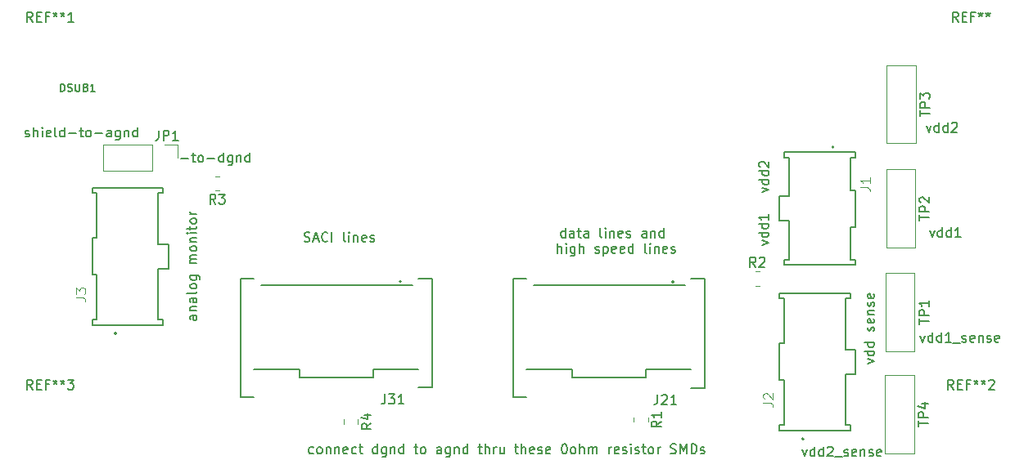
<source format=gbr>
%TF.GenerationSoftware,KiCad,Pcbnew,(6.0.4-0)*%
%TF.CreationDate,2023-07-13T10:21:47-07:00*%
%TF.ProjectId,CableAdapterBoard,4361626c-6541-4646-9170-746572426f61,rev?*%
%TF.SameCoordinates,Original*%
%TF.FileFunction,Legend,Top*%
%TF.FilePolarity,Positive*%
%FSLAX46Y46*%
G04 Gerber Fmt 4.6, Leading zero omitted, Abs format (unit mm)*
G04 Created by KiCad (PCBNEW (6.0.4-0)) date 2023-07-13 10:21:47*
%MOMM*%
%LPD*%
G01*
G04 APERTURE LIST*
%ADD10C,0.150000*%
%ADD11C,0.015000*%
%ADD12C,0.120000*%
%ADD13C,0.127000*%
%ADD14C,0.200000*%
G04 APERTURE END LIST*
D10*
X182380952Y-78885714D02*
X182619047Y-79552380D01*
X182857142Y-78885714D01*
X183666666Y-79552380D02*
X183666666Y-78552380D01*
X183666666Y-79504761D02*
X183571428Y-79552380D01*
X183380952Y-79552380D01*
X183285714Y-79504761D01*
X183238095Y-79457142D01*
X183190476Y-79361904D01*
X183190476Y-79076190D01*
X183238095Y-78980952D01*
X183285714Y-78933333D01*
X183380952Y-78885714D01*
X183571428Y-78885714D01*
X183666666Y-78933333D01*
X184571428Y-79552380D02*
X184571428Y-78552380D01*
X184571428Y-79504761D02*
X184476190Y-79552380D01*
X184285714Y-79552380D01*
X184190476Y-79504761D01*
X184142857Y-79457142D01*
X184095238Y-79361904D01*
X184095238Y-79076190D01*
X184142857Y-78980952D01*
X184190476Y-78933333D01*
X184285714Y-78885714D01*
X184476190Y-78885714D01*
X184571428Y-78933333D01*
X185000000Y-78647619D02*
X185047619Y-78600000D01*
X185142857Y-78552380D01*
X185380952Y-78552380D01*
X185476190Y-78600000D01*
X185523809Y-78647619D01*
X185571428Y-78742857D01*
X185571428Y-78838095D01*
X185523809Y-78980952D01*
X184952380Y-79552380D01*
X185571428Y-79552380D01*
X105292380Y-82271428D02*
X106054285Y-82271428D01*
X106387619Y-81985714D02*
X106768571Y-81985714D01*
X106530476Y-81652380D02*
X106530476Y-82509523D01*
X106578095Y-82604761D01*
X106673333Y-82652380D01*
X106768571Y-82652380D01*
X107244761Y-82652380D02*
X107149523Y-82604761D01*
X107101904Y-82557142D01*
X107054285Y-82461904D01*
X107054285Y-82176190D01*
X107101904Y-82080952D01*
X107149523Y-82033333D01*
X107244761Y-81985714D01*
X107387619Y-81985714D01*
X107482857Y-82033333D01*
X107530476Y-82080952D01*
X107578095Y-82176190D01*
X107578095Y-82461904D01*
X107530476Y-82557142D01*
X107482857Y-82604761D01*
X107387619Y-82652380D01*
X107244761Y-82652380D01*
X108006666Y-82271428D02*
X108768571Y-82271428D01*
X109673333Y-82652380D02*
X109673333Y-81652380D01*
X109673333Y-82604761D02*
X109578095Y-82652380D01*
X109387619Y-82652380D01*
X109292380Y-82604761D01*
X109244761Y-82557142D01*
X109197142Y-82461904D01*
X109197142Y-82176190D01*
X109244761Y-82080952D01*
X109292380Y-82033333D01*
X109387619Y-81985714D01*
X109578095Y-81985714D01*
X109673333Y-82033333D01*
X110578095Y-81985714D02*
X110578095Y-82795238D01*
X110530476Y-82890476D01*
X110482857Y-82938095D01*
X110387619Y-82985714D01*
X110244761Y-82985714D01*
X110149523Y-82938095D01*
X110578095Y-82604761D02*
X110482857Y-82652380D01*
X110292380Y-82652380D01*
X110197142Y-82604761D01*
X110149523Y-82557142D01*
X110101904Y-82461904D01*
X110101904Y-82176190D01*
X110149523Y-82080952D01*
X110197142Y-82033333D01*
X110292380Y-81985714D01*
X110482857Y-81985714D01*
X110578095Y-82033333D01*
X111054285Y-81985714D02*
X111054285Y-82652380D01*
X111054285Y-82080952D02*
X111101904Y-82033333D01*
X111197142Y-81985714D01*
X111340000Y-81985714D01*
X111435238Y-82033333D01*
X111482857Y-82128571D01*
X111482857Y-82652380D01*
X112387619Y-82652380D02*
X112387619Y-81652380D01*
X112387619Y-82604761D02*
X112292380Y-82652380D01*
X112101904Y-82652380D01*
X112006666Y-82604761D01*
X111959047Y-82557142D01*
X111911428Y-82461904D01*
X111911428Y-82176190D01*
X111959047Y-82080952D01*
X112006666Y-82033333D01*
X112101904Y-81985714D01*
X112292380Y-81985714D01*
X112387619Y-82033333D01*
X89156666Y-79994761D02*
X89251904Y-80042380D01*
X89442380Y-80042380D01*
X89537619Y-79994761D01*
X89585238Y-79899523D01*
X89585238Y-79851904D01*
X89537619Y-79756666D01*
X89442380Y-79709047D01*
X89299523Y-79709047D01*
X89204285Y-79661428D01*
X89156666Y-79566190D01*
X89156666Y-79518571D01*
X89204285Y-79423333D01*
X89299523Y-79375714D01*
X89442380Y-79375714D01*
X89537619Y-79423333D01*
X90013809Y-80042380D02*
X90013809Y-79042380D01*
X90442380Y-80042380D02*
X90442380Y-79518571D01*
X90394761Y-79423333D01*
X90299523Y-79375714D01*
X90156666Y-79375714D01*
X90061428Y-79423333D01*
X90013809Y-79470952D01*
X90918571Y-80042380D02*
X90918571Y-79375714D01*
X90918571Y-79042380D02*
X90870952Y-79090000D01*
X90918571Y-79137619D01*
X90966190Y-79090000D01*
X90918571Y-79042380D01*
X90918571Y-79137619D01*
X91775714Y-79994761D02*
X91680476Y-80042380D01*
X91490000Y-80042380D01*
X91394761Y-79994761D01*
X91347142Y-79899523D01*
X91347142Y-79518571D01*
X91394761Y-79423333D01*
X91490000Y-79375714D01*
X91680476Y-79375714D01*
X91775714Y-79423333D01*
X91823333Y-79518571D01*
X91823333Y-79613809D01*
X91347142Y-79709047D01*
X92394761Y-80042380D02*
X92299523Y-79994761D01*
X92251904Y-79899523D01*
X92251904Y-79042380D01*
X93204285Y-80042380D02*
X93204285Y-79042380D01*
X93204285Y-79994761D02*
X93109047Y-80042380D01*
X92918571Y-80042380D01*
X92823333Y-79994761D01*
X92775714Y-79947142D01*
X92728095Y-79851904D01*
X92728095Y-79566190D01*
X92775714Y-79470952D01*
X92823333Y-79423333D01*
X92918571Y-79375714D01*
X93109047Y-79375714D01*
X93204285Y-79423333D01*
X93680476Y-79661428D02*
X94442380Y-79661428D01*
X94775714Y-79375714D02*
X95156666Y-79375714D01*
X94918571Y-79042380D02*
X94918571Y-79899523D01*
X94966190Y-79994761D01*
X95061428Y-80042380D01*
X95156666Y-80042380D01*
X95632857Y-80042380D02*
X95537619Y-79994761D01*
X95490000Y-79947142D01*
X95442380Y-79851904D01*
X95442380Y-79566190D01*
X95490000Y-79470952D01*
X95537619Y-79423333D01*
X95632857Y-79375714D01*
X95775714Y-79375714D01*
X95870952Y-79423333D01*
X95918571Y-79470952D01*
X95966190Y-79566190D01*
X95966190Y-79851904D01*
X95918571Y-79947142D01*
X95870952Y-79994761D01*
X95775714Y-80042380D01*
X95632857Y-80042380D01*
X96394761Y-79661428D02*
X97156666Y-79661428D01*
X98061428Y-80042380D02*
X98061428Y-79518571D01*
X98013809Y-79423333D01*
X97918571Y-79375714D01*
X97728095Y-79375714D01*
X97632857Y-79423333D01*
X98061428Y-79994761D02*
X97966190Y-80042380D01*
X97728095Y-80042380D01*
X97632857Y-79994761D01*
X97585238Y-79899523D01*
X97585238Y-79804285D01*
X97632857Y-79709047D01*
X97728095Y-79661428D01*
X97966190Y-79661428D01*
X98061428Y-79613809D01*
X98966190Y-79375714D02*
X98966190Y-80185238D01*
X98918571Y-80280476D01*
X98870952Y-80328095D01*
X98775714Y-80375714D01*
X98632857Y-80375714D01*
X98537619Y-80328095D01*
X98966190Y-79994761D02*
X98870952Y-80042380D01*
X98680476Y-80042380D01*
X98585238Y-79994761D01*
X98537619Y-79947142D01*
X98490000Y-79851904D01*
X98490000Y-79566190D01*
X98537619Y-79470952D01*
X98585238Y-79423333D01*
X98680476Y-79375714D01*
X98870952Y-79375714D01*
X98966190Y-79423333D01*
X99442380Y-79375714D02*
X99442380Y-80042380D01*
X99442380Y-79470952D02*
X99490000Y-79423333D01*
X99585238Y-79375714D01*
X99728095Y-79375714D01*
X99823333Y-79423333D01*
X99870952Y-79518571D01*
X99870952Y-80042380D01*
X100775714Y-80042380D02*
X100775714Y-79042380D01*
X100775714Y-79994761D02*
X100680476Y-80042380D01*
X100490000Y-80042380D01*
X100394761Y-79994761D01*
X100347142Y-79947142D01*
X100299523Y-79851904D01*
X100299523Y-79566190D01*
X100347142Y-79470952D01*
X100394761Y-79423333D01*
X100490000Y-79375714D01*
X100680476Y-79375714D01*
X100775714Y-79423333D01*
X182730952Y-89765714D02*
X182969047Y-90432380D01*
X183207142Y-89765714D01*
X184016666Y-90432380D02*
X184016666Y-89432380D01*
X184016666Y-90384761D02*
X183921428Y-90432380D01*
X183730952Y-90432380D01*
X183635714Y-90384761D01*
X183588095Y-90337142D01*
X183540476Y-90241904D01*
X183540476Y-89956190D01*
X183588095Y-89860952D01*
X183635714Y-89813333D01*
X183730952Y-89765714D01*
X183921428Y-89765714D01*
X184016666Y-89813333D01*
X184921428Y-90432380D02*
X184921428Y-89432380D01*
X184921428Y-90384761D02*
X184826190Y-90432380D01*
X184635714Y-90432380D01*
X184540476Y-90384761D01*
X184492857Y-90337142D01*
X184445238Y-90241904D01*
X184445238Y-89956190D01*
X184492857Y-89860952D01*
X184540476Y-89813333D01*
X184635714Y-89765714D01*
X184826190Y-89765714D01*
X184921428Y-89813333D01*
X185921428Y-90432380D02*
X185350000Y-90432380D01*
X185635714Y-90432380D02*
X185635714Y-89432380D01*
X185540476Y-89575238D01*
X185445238Y-89670476D01*
X185350000Y-89718095D01*
X165415714Y-85779047D02*
X166082380Y-85540952D01*
X165415714Y-85302857D01*
X166082380Y-84493333D02*
X165082380Y-84493333D01*
X166034761Y-84493333D02*
X166082380Y-84588571D01*
X166082380Y-84779047D01*
X166034761Y-84874285D01*
X165987142Y-84921904D01*
X165891904Y-84969523D01*
X165606190Y-84969523D01*
X165510952Y-84921904D01*
X165463333Y-84874285D01*
X165415714Y-84779047D01*
X165415714Y-84588571D01*
X165463333Y-84493333D01*
X166082380Y-83588571D02*
X165082380Y-83588571D01*
X166034761Y-83588571D02*
X166082380Y-83683809D01*
X166082380Y-83874285D01*
X166034761Y-83969523D01*
X165987142Y-84017142D01*
X165891904Y-84064761D01*
X165606190Y-84064761D01*
X165510952Y-84017142D01*
X165463333Y-83969523D01*
X165415714Y-83874285D01*
X165415714Y-83683809D01*
X165463333Y-83588571D01*
X165177619Y-83160000D02*
X165130000Y-83112380D01*
X165082380Y-83017142D01*
X165082380Y-82779047D01*
X165130000Y-82683809D01*
X165177619Y-82636190D01*
X165272857Y-82588571D01*
X165368095Y-82588571D01*
X165510952Y-82636190D01*
X166082380Y-83207619D01*
X166082380Y-82588571D01*
X169530952Y-112465714D02*
X169769047Y-113132380D01*
X170007142Y-112465714D01*
X170816666Y-113132380D02*
X170816666Y-112132380D01*
X170816666Y-113084761D02*
X170721428Y-113132380D01*
X170530952Y-113132380D01*
X170435714Y-113084761D01*
X170388095Y-113037142D01*
X170340476Y-112941904D01*
X170340476Y-112656190D01*
X170388095Y-112560952D01*
X170435714Y-112513333D01*
X170530952Y-112465714D01*
X170721428Y-112465714D01*
X170816666Y-112513333D01*
X171721428Y-113132380D02*
X171721428Y-112132380D01*
X171721428Y-113084761D02*
X171626190Y-113132380D01*
X171435714Y-113132380D01*
X171340476Y-113084761D01*
X171292857Y-113037142D01*
X171245238Y-112941904D01*
X171245238Y-112656190D01*
X171292857Y-112560952D01*
X171340476Y-112513333D01*
X171435714Y-112465714D01*
X171626190Y-112465714D01*
X171721428Y-112513333D01*
X172150000Y-112227619D02*
X172197619Y-112180000D01*
X172292857Y-112132380D01*
X172530952Y-112132380D01*
X172626190Y-112180000D01*
X172673809Y-112227619D01*
X172721428Y-112322857D01*
X172721428Y-112418095D01*
X172673809Y-112560952D01*
X172102380Y-113132380D01*
X172721428Y-113132380D01*
X172911904Y-113227619D02*
X173673809Y-113227619D01*
X173864285Y-113084761D02*
X173959523Y-113132380D01*
X174150000Y-113132380D01*
X174245238Y-113084761D01*
X174292857Y-112989523D01*
X174292857Y-112941904D01*
X174245238Y-112846666D01*
X174150000Y-112799047D01*
X174007142Y-112799047D01*
X173911904Y-112751428D01*
X173864285Y-112656190D01*
X173864285Y-112608571D01*
X173911904Y-112513333D01*
X174007142Y-112465714D01*
X174150000Y-112465714D01*
X174245238Y-112513333D01*
X175102380Y-113084761D02*
X175007142Y-113132380D01*
X174816666Y-113132380D01*
X174721428Y-113084761D01*
X174673809Y-112989523D01*
X174673809Y-112608571D01*
X174721428Y-112513333D01*
X174816666Y-112465714D01*
X175007142Y-112465714D01*
X175102380Y-112513333D01*
X175150000Y-112608571D01*
X175150000Y-112703809D01*
X174673809Y-112799047D01*
X175578571Y-112465714D02*
X175578571Y-113132380D01*
X175578571Y-112560952D02*
X175626190Y-112513333D01*
X175721428Y-112465714D01*
X175864285Y-112465714D01*
X175959523Y-112513333D01*
X176007142Y-112608571D01*
X176007142Y-113132380D01*
X176435714Y-113084761D02*
X176530952Y-113132380D01*
X176721428Y-113132380D01*
X176816666Y-113084761D01*
X176864285Y-112989523D01*
X176864285Y-112941904D01*
X176816666Y-112846666D01*
X176721428Y-112799047D01*
X176578571Y-112799047D01*
X176483333Y-112751428D01*
X176435714Y-112656190D01*
X176435714Y-112608571D01*
X176483333Y-112513333D01*
X176578571Y-112465714D01*
X176721428Y-112465714D01*
X176816666Y-112513333D01*
X177673809Y-113084761D02*
X177578571Y-113132380D01*
X177388095Y-113132380D01*
X177292857Y-113084761D01*
X177245238Y-112989523D01*
X177245238Y-112608571D01*
X177292857Y-112513333D01*
X177388095Y-112465714D01*
X177578571Y-112465714D01*
X177673809Y-112513333D01*
X177721428Y-112608571D01*
X177721428Y-112703809D01*
X177245238Y-112799047D01*
X118970000Y-112814761D02*
X118874761Y-112862380D01*
X118684285Y-112862380D01*
X118589047Y-112814761D01*
X118541428Y-112767142D01*
X118493809Y-112671904D01*
X118493809Y-112386190D01*
X118541428Y-112290952D01*
X118589047Y-112243333D01*
X118684285Y-112195714D01*
X118874761Y-112195714D01*
X118970000Y-112243333D01*
X119541428Y-112862380D02*
X119446190Y-112814761D01*
X119398571Y-112767142D01*
X119350952Y-112671904D01*
X119350952Y-112386190D01*
X119398571Y-112290952D01*
X119446190Y-112243333D01*
X119541428Y-112195714D01*
X119684285Y-112195714D01*
X119779523Y-112243333D01*
X119827142Y-112290952D01*
X119874761Y-112386190D01*
X119874761Y-112671904D01*
X119827142Y-112767142D01*
X119779523Y-112814761D01*
X119684285Y-112862380D01*
X119541428Y-112862380D01*
X120303333Y-112195714D02*
X120303333Y-112862380D01*
X120303333Y-112290952D02*
X120350952Y-112243333D01*
X120446190Y-112195714D01*
X120589047Y-112195714D01*
X120684285Y-112243333D01*
X120731904Y-112338571D01*
X120731904Y-112862380D01*
X121208095Y-112195714D02*
X121208095Y-112862380D01*
X121208095Y-112290952D02*
X121255714Y-112243333D01*
X121350952Y-112195714D01*
X121493809Y-112195714D01*
X121589047Y-112243333D01*
X121636666Y-112338571D01*
X121636666Y-112862380D01*
X122493809Y-112814761D02*
X122398571Y-112862380D01*
X122208095Y-112862380D01*
X122112857Y-112814761D01*
X122065238Y-112719523D01*
X122065238Y-112338571D01*
X122112857Y-112243333D01*
X122208095Y-112195714D01*
X122398571Y-112195714D01*
X122493809Y-112243333D01*
X122541428Y-112338571D01*
X122541428Y-112433809D01*
X122065238Y-112529047D01*
X123398571Y-112814761D02*
X123303333Y-112862380D01*
X123112857Y-112862380D01*
X123017619Y-112814761D01*
X122970000Y-112767142D01*
X122922380Y-112671904D01*
X122922380Y-112386190D01*
X122970000Y-112290952D01*
X123017619Y-112243333D01*
X123112857Y-112195714D01*
X123303333Y-112195714D01*
X123398571Y-112243333D01*
X123684285Y-112195714D02*
X124065238Y-112195714D01*
X123827142Y-111862380D02*
X123827142Y-112719523D01*
X123874761Y-112814761D01*
X123970000Y-112862380D01*
X124065238Y-112862380D01*
X125589047Y-112862380D02*
X125589047Y-111862380D01*
X125589047Y-112814761D02*
X125493809Y-112862380D01*
X125303333Y-112862380D01*
X125208095Y-112814761D01*
X125160476Y-112767142D01*
X125112857Y-112671904D01*
X125112857Y-112386190D01*
X125160476Y-112290952D01*
X125208095Y-112243333D01*
X125303333Y-112195714D01*
X125493809Y-112195714D01*
X125589047Y-112243333D01*
X126493809Y-112195714D02*
X126493809Y-113005238D01*
X126446190Y-113100476D01*
X126398571Y-113148095D01*
X126303333Y-113195714D01*
X126160476Y-113195714D01*
X126065238Y-113148095D01*
X126493809Y-112814761D02*
X126398571Y-112862380D01*
X126208095Y-112862380D01*
X126112857Y-112814761D01*
X126065238Y-112767142D01*
X126017619Y-112671904D01*
X126017619Y-112386190D01*
X126065238Y-112290952D01*
X126112857Y-112243333D01*
X126208095Y-112195714D01*
X126398571Y-112195714D01*
X126493809Y-112243333D01*
X126970000Y-112195714D02*
X126970000Y-112862380D01*
X126970000Y-112290952D02*
X127017619Y-112243333D01*
X127112857Y-112195714D01*
X127255714Y-112195714D01*
X127350952Y-112243333D01*
X127398571Y-112338571D01*
X127398571Y-112862380D01*
X128303333Y-112862380D02*
X128303333Y-111862380D01*
X128303333Y-112814761D02*
X128208095Y-112862380D01*
X128017619Y-112862380D01*
X127922380Y-112814761D01*
X127874761Y-112767142D01*
X127827142Y-112671904D01*
X127827142Y-112386190D01*
X127874761Y-112290952D01*
X127922380Y-112243333D01*
X128017619Y-112195714D01*
X128208095Y-112195714D01*
X128303333Y-112243333D01*
X129398571Y-112195714D02*
X129779523Y-112195714D01*
X129541428Y-111862380D02*
X129541428Y-112719523D01*
X129589047Y-112814761D01*
X129684285Y-112862380D01*
X129779523Y-112862380D01*
X130255714Y-112862380D02*
X130160476Y-112814761D01*
X130112857Y-112767142D01*
X130065238Y-112671904D01*
X130065238Y-112386190D01*
X130112857Y-112290952D01*
X130160476Y-112243333D01*
X130255714Y-112195714D01*
X130398571Y-112195714D01*
X130493809Y-112243333D01*
X130541428Y-112290952D01*
X130589047Y-112386190D01*
X130589047Y-112671904D01*
X130541428Y-112767142D01*
X130493809Y-112814761D01*
X130398571Y-112862380D01*
X130255714Y-112862380D01*
X132208095Y-112862380D02*
X132208095Y-112338571D01*
X132160476Y-112243333D01*
X132065238Y-112195714D01*
X131874761Y-112195714D01*
X131779523Y-112243333D01*
X132208095Y-112814761D02*
X132112857Y-112862380D01*
X131874761Y-112862380D01*
X131779523Y-112814761D01*
X131731904Y-112719523D01*
X131731904Y-112624285D01*
X131779523Y-112529047D01*
X131874761Y-112481428D01*
X132112857Y-112481428D01*
X132208095Y-112433809D01*
X133112857Y-112195714D02*
X133112857Y-113005238D01*
X133065238Y-113100476D01*
X133017619Y-113148095D01*
X132922380Y-113195714D01*
X132779523Y-113195714D01*
X132684285Y-113148095D01*
X133112857Y-112814761D02*
X133017619Y-112862380D01*
X132827142Y-112862380D01*
X132731904Y-112814761D01*
X132684285Y-112767142D01*
X132636666Y-112671904D01*
X132636666Y-112386190D01*
X132684285Y-112290952D01*
X132731904Y-112243333D01*
X132827142Y-112195714D01*
X133017619Y-112195714D01*
X133112857Y-112243333D01*
X133589047Y-112195714D02*
X133589047Y-112862380D01*
X133589047Y-112290952D02*
X133636666Y-112243333D01*
X133731904Y-112195714D01*
X133874761Y-112195714D01*
X133970000Y-112243333D01*
X134017619Y-112338571D01*
X134017619Y-112862380D01*
X134922380Y-112862380D02*
X134922380Y-111862380D01*
X134922380Y-112814761D02*
X134827142Y-112862380D01*
X134636666Y-112862380D01*
X134541428Y-112814761D01*
X134493809Y-112767142D01*
X134446190Y-112671904D01*
X134446190Y-112386190D01*
X134493809Y-112290952D01*
X134541428Y-112243333D01*
X134636666Y-112195714D01*
X134827142Y-112195714D01*
X134922380Y-112243333D01*
X136017619Y-112195714D02*
X136398571Y-112195714D01*
X136160476Y-111862380D02*
X136160476Y-112719523D01*
X136208095Y-112814761D01*
X136303333Y-112862380D01*
X136398571Y-112862380D01*
X136731904Y-112862380D02*
X136731904Y-111862380D01*
X137160476Y-112862380D02*
X137160476Y-112338571D01*
X137112857Y-112243333D01*
X137017619Y-112195714D01*
X136874761Y-112195714D01*
X136779523Y-112243333D01*
X136731904Y-112290952D01*
X137636666Y-112862380D02*
X137636666Y-112195714D01*
X137636666Y-112386190D02*
X137684285Y-112290952D01*
X137731904Y-112243333D01*
X137827142Y-112195714D01*
X137922380Y-112195714D01*
X138684285Y-112195714D02*
X138684285Y-112862380D01*
X138255714Y-112195714D02*
X138255714Y-112719523D01*
X138303333Y-112814761D01*
X138398571Y-112862380D01*
X138541428Y-112862380D01*
X138636666Y-112814761D01*
X138684285Y-112767142D01*
X139779523Y-112195714D02*
X140160476Y-112195714D01*
X139922380Y-111862380D02*
X139922380Y-112719523D01*
X139970000Y-112814761D01*
X140065238Y-112862380D01*
X140160476Y-112862380D01*
X140493809Y-112862380D02*
X140493809Y-111862380D01*
X140922380Y-112862380D02*
X140922380Y-112338571D01*
X140874761Y-112243333D01*
X140779523Y-112195714D01*
X140636666Y-112195714D01*
X140541428Y-112243333D01*
X140493809Y-112290952D01*
X141779523Y-112814761D02*
X141684285Y-112862380D01*
X141493809Y-112862380D01*
X141398571Y-112814761D01*
X141350952Y-112719523D01*
X141350952Y-112338571D01*
X141398571Y-112243333D01*
X141493809Y-112195714D01*
X141684285Y-112195714D01*
X141779523Y-112243333D01*
X141827142Y-112338571D01*
X141827142Y-112433809D01*
X141350952Y-112529047D01*
X142208095Y-112814761D02*
X142303333Y-112862380D01*
X142493809Y-112862380D01*
X142589047Y-112814761D01*
X142636666Y-112719523D01*
X142636666Y-112671904D01*
X142589047Y-112576666D01*
X142493809Y-112529047D01*
X142350952Y-112529047D01*
X142255714Y-112481428D01*
X142208095Y-112386190D01*
X142208095Y-112338571D01*
X142255714Y-112243333D01*
X142350952Y-112195714D01*
X142493809Y-112195714D01*
X142589047Y-112243333D01*
X143446190Y-112814761D02*
X143350952Y-112862380D01*
X143160476Y-112862380D01*
X143065238Y-112814761D01*
X143017619Y-112719523D01*
X143017619Y-112338571D01*
X143065238Y-112243333D01*
X143160476Y-112195714D01*
X143350952Y-112195714D01*
X143446190Y-112243333D01*
X143493809Y-112338571D01*
X143493809Y-112433809D01*
X143017619Y-112529047D01*
X144874761Y-111862380D02*
X144970000Y-111862380D01*
X145065238Y-111910000D01*
X145112857Y-111957619D01*
X145160476Y-112052857D01*
X145208095Y-112243333D01*
X145208095Y-112481428D01*
X145160476Y-112671904D01*
X145112857Y-112767142D01*
X145065238Y-112814761D01*
X144970000Y-112862380D01*
X144874761Y-112862380D01*
X144779523Y-112814761D01*
X144731904Y-112767142D01*
X144684285Y-112671904D01*
X144636666Y-112481428D01*
X144636666Y-112243333D01*
X144684285Y-112052857D01*
X144731904Y-111957619D01*
X144779523Y-111910000D01*
X144874761Y-111862380D01*
X145779523Y-112862380D02*
X145684285Y-112814761D01*
X145636666Y-112767142D01*
X145589047Y-112671904D01*
X145589047Y-112386190D01*
X145636666Y-112290952D01*
X145684285Y-112243333D01*
X145779523Y-112195714D01*
X145922380Y-112195714D01*
X146017619Y-112243333D01*
X146065238Y-112290952D01*
X146112857Y-112386190D01*
X146112857Y-112671904D01*
X146065238Y-112767142D01*
X146017619Y-112814761D01*
X145922380Y-112862380D01*
X145779523Y-112862380D01*
X146541428Y-112862380D02*
X146541428Y-111862380D01*
X146970000Y-112862380D02*
X146970000Y-112338571D01*
X146922380Y-112243333D01*
X146827142Y-112195714D01*
X146684285Y-112195714D01*
X146589047Y-112243333D01*
X146541428Y-112290952D01*
X147446190Y-112862380D02*
X147446190Y-112195714D01*
X147446190Y-112290952D02*
X147493809Y-112243333D01*
X147589047Y-112195714D01*
X147731904Y-112195714D01*
X147827142Y-112243333D01*
X147874761Y-112338571D01*
X147874761Y-112862380D01*
X147874761Y-112338571D02*
X147922380Y-112243333D01*
X148017619Y-112195714D01*
X148160476Y-112195714D01*
X148255714Y-112243333D01*
X148303333Y-112338571D01*
X148303333Y-112862380D01*
X149541428Y-112862380D02*
X149541428Y-112195714D01*
X149541428Y-112386190D02*
X149589047Y-112290952D01*
X149636666Y-112243333D01*
X149731904Y-112195714D01*
X149827142Y-112195714D01*
X150541428Y-112814761D02*
X150446190Y-112862380D01*
X150255714Y-112862380D01*
X150160476Y-112814761D01*
X150112857Y-112719523D01*
X150112857Y-112338571D01*
X150160476Y-112243333D01*
X150255714Y-112195714D01*
X150446190Y-112195714D01*
X150541428Y-112243333D01*
X150589047Y-112338571D01*
X150589047Y-112433809D01*
X150112857Y-112529047D01*
X150969999Y-112814761D02*
X151065238Y-112862380D01*
X151255714Y-112862380D01*
X151350952Y-112814761D01*
X151398571Y-112719523D01*
X151398571Y-112671904D01*
X151350952Y-112576666D01*
X151255714Y-112529047D01*
X151112857Y-112529047D01*
X151017619Y-112481428D01*
X150969999Y-112386190D01*
X150969999Y-112338571D01*
X151017619Y-112243333D01*
X151112857Y-112195714D01*
X151255714Y-112195714D01*
X151350952Y-112243333D01*
X151827142Y-112862380D02*
X151827142Y-112195714D01*
X151827142Y-111862380D02*
X151779523Y-111910000D01*
X151827142Y-111957619D01*
X151874761Y-111910000D01*
X151827142Y-111862380D01*
X151827142Y-111957619D01*
X152255714Y-112814761D02*
X152350952Y-112862380D01*
X152541428Y-112862380D01*
X152636666Y-112814761D01*
X152684285Y-112719523D01*
X152684285Y-112671904D01*
X152636666Y-112576666D01*
X152541428Y-112529047D01*
X152398571Y-112529047D01*
X152303333Y-112481428D01*
X152255714Y-112386190D01*
X152255714Y-112338571D01*
X152303333Y-112243333D01*
X152398571Y-112195714D01*
X152541428Y-112195714D01*
X152636666Y-112243333D01*
X152969999Y-112195714D02*
X153350952Y-112195714D01*
X153112857Y-111862380D02*
X153112857Y-112719523D01*
X153160476Y-112814761D01*
X153255714Y-112862380D01*
X153350952Y-112862380D01*
X153827142Y-112862380D02*
X153731904Y-112814761D01*
X153684285Y-112767142D01*
X153636666Y-112671904D01*
X153636666Y-112386190D01*
X153684285Y-112290952D01*
X153731904Y-112243333D01*
X153827142Y-112195714D01*
X153969999Y-112195714D01*
X154065238Y-112243333D01*
X154112857Y-112290952D01*
X154160476Y-112386190D01*
X154160476Y-112671904D01*
X154112857Y-112767142D01*
X154065238Y-112814761D01*
X153969999Y-112862380D01*
X153827142Y-112862380D01*
X154589047Y-112862380D02*
X154589047Y-112195714D01*
X154589047Y-112386190D02*
X154636666Y-112290952D01*
X154684285Y-112243333D01*
X154779523Y-112195714D01*
X154874761Y-112195714D01*
X155922380Y-112814761D02*
X156065238Y-112862380D01*
X156303333Y-112862380D01*
X156398571Y-112814761D01*
X156446190Y-112767142D01*
X156493809Y-112671904D01*
X156493809Y-112576666D01*
X156446190Y-112481428D01*
X156398571Y-112433809D01*
X156303333Y-112386190D01*
X156112857Y-112338571D01*
X156017619Y-112290952D01*
X155969999Y-112243333D01*
X155922380Y-112148095D01*
X155922380Y-112052857D01*
X155969999Y-111957619D01*
X156017619Y-111910000D01*
X156112857Y-111862380D01*
X156350952Y-111862380D01*
X156493809Y-111910000D01*
X156922380Y-112862380D02*
X156922380Y-111862380D01*
X157255714Y-112576666D01*
X157589047Y-111862380D01*
X157589047Y-112862380D01*
X158065238Y-112862380D02*
X158065238Y-111862380D01*
X158303333Y-111862380D01*
X158446190Y-111910000D01*
X158541428Y-112005238D01*
X158589047Y-112100476D01*
X158636666Y-112290952D01*
X158636666Y-112433809D01*
X158589047Y-112624285D01*
X158541428Y-112719523D01*
X158446190Y-112814761D01*
X158303333Y-112862380D01*
X158065238Y-112862380D01*
X159017619Y-112814761D02*
X159112857Y-112862380D01*
X159303333Y-112862380D01*
X159398571Y-112814761D01*
X159446190Y-112719523D01*
X159446190Y-112671904D01*
X159398571Y-112576666D01*
X159303333Y-112529047D01*
X159160476Y-112529047D01*
X159065238Y-112481428D01*
X159017619Y-112386190D01*
X159017619Y-112338571D01*
X159065238Y-112243333D01*
X159160476Y-112195714D01*
X159303333Y-112195714D01*
X159398571Y-112243333D01*
X118030952Y-90854761D02*
X118173809Y-90902380D01*
X118411904Y-90902380D01*
X118507142Y-90854761D01*
X118554761Y-90807142D01*
X118602380Y-90711904D01*
X118602380Y-90616666D01*
X118554761Y-90521428D01*
X118507142Y-90473809D01*
X118411904Y-90426190D01*
X118221428Y-90378571D01*
X118126190Y-90330952D01*
X118078571Y-90283333D01*
X118030952Y-90188095D01*
X118030952Y-90092857D01*
X118078571Y-89997619D01*
X118126190Y-89950000D01*
X118221428Y-89902380D01*
X118459523Y-89902380D01*
X118602380Y-89950000D01*
X118983333Y-90616666D02*
X119459523Y-90616666D01*
X118888095Y-90902380D02*
X119221428Y-89902380D01*
X119554761Y-90902380D01*
X120459523Y-90807142D02*
X120411904Y-90854761D01*
X120269047Y-90902380D01*
X120173809Y-90902380D01*
X120030952Y-90854761D01*
X119935714Y-90759523D01*
X119888095Y-90664285D01*
X119840476Y-90473809D01*
X119840476Y-90330952D01*
X119888095Y-90140476D01*
X119935714Y-90045238D01*
X120030952Y-89950000D01*
X120173809Y-89902380D01*
X120269047Y-89902380D01*
X120411904Y-89950000D01*
X120459523Y-89997619D01*
X120888095Y-90902380D02*
X120888095Y-89902380D01*
X122269047Y-90902380D02*
X122173809Y-90854761D01*
X122126190Y-90759523D01*
X122126190Y-89902380D01*
X122650000Y-90902380D02*
X122650000Y-90235714D01*
X122650000Y-89902380D02*
X122602380Y-89950000D01*
X122650000Y-89997619D01*
X122697619Y-89950000D01*
X122650000Y-89902380D01*
X122650000Y-89997619D01*
X123126190Y-90235714D02*
X123126190Y-90902380D01*
X123126190Y-90330952D02*
X123173809Y-90283333D01*
X123269047Y-90235714D01*
X123411904Y-90235714D01*
X123507142Y-90283333D01*
X123554761Y-90378571D01*
X123554761Y-90902380D01*
X124411904Y-90854761D02*
X124316666Y-90902380D01*
X124126190Y-90902380D01*
X124030952Y-90854761D01*
X123983333Y-90759523D01*
X123983333Y-90378571D01*
X124030952Y-90283333D01*
X124126190Y-90235714D01*
X124316666Y-90235714D01*
X124411904Y-90283333D01*
X124459523Y-90378571D01*
X124459523Y-90473809D01*
X123983333Y-90569047D01*
X124840476Y-90854761D02*
X124935714Y-90902380D01*
X125126190Y-90902380D01*
X125221428Y-90854761D01*
X125269047Y-90759523D01*
X125269047Y-90711904D01*
X125221428Y-90616666D01*
X125126190Y-90569047D01*
X124983333Y-90569047D01*
X124888095Y-90521428D01*
X124840476Y-90426190D01*
X124840476Y-90378571D01*
X124888095Y-90283333D01*
X124983333Y-90235714D01*
X125126190Y-90235714D01*
X125221428Y-90283333D01*
X165355714Y-91259047D02*
X166022380Y-91020952D01*
X165355714Y-90782857D01*
X166022380Y-89973333D02*
X165022380Y-89973333D01*
X165974761Y-89973333D02*
X166022380Y-90068571D01*
X166022380Y-90259047D01*
X165974761Y-90354285D01*
X165927142Y-90401904D01*
X165831904Y-90449523D01*
X165546190Y-90449523D01*
X165450952Y-90401904D01*
X165403333Y-90354285D01*
X165355714Y-90259047D01*
X165355714Y-90068571D01*
X165403333Y-89973333D01*
X166022380Y-89068571D02*
X165022380Y-89068571D01*
X165974761Y-89068571D02*
X166022380Y-89163809D01*
X166022380Y-89354285D01*
X165974761Y-89449523D01*
X165927142Y-89497142D01*
X165831904Y-89544761D01*
X165546190Y-89544761D01*
X165450952Y-89497142D01*
X165403333Y-89449523D01*
X165355714Y-89354285D01*
X165355714Y-89163809D01*
X165403333Y-89068571D01*
X166022380Y-88068571D02*
X166022380Y-88640000D01*
X166022380Y-88354285D02*
X165022380Y-88354285D01*
X165165238Y-88449523D01*
X165260476Y-88544761D01*
X165308095Y-88640000D01*
X145028095Y-90457380D02*
X145028095Y-89457380D01*
X145028095Y-90409761D02*
X144932857Y-90457380D01*
X144742380Y-90457380D01*
X144647142Y-90409761D01*
X144599523Y-90362142D01*
X144551904Y-90266904D01*
X144551904Y-89981190D01*
X144599523Y-89885952D01*
X144647142Y-89838333D01*
X144742380Y-89790714D01*
X144932857Y-89790714D01*
X145028095Y-89838333D01*
X145932857Y-90457380D02*
X145932857Y-89933571D01*
X145885238Y-89838333D01*
X145790000Y-89790714D01*
X145599523Y-89790714D01*
X145504285Y-89838333D01*
X145932857Y-90409761D02*
X145837619Y-90457380D01*
X145599523Y-90457380D01*
X145504285Y-90409761D01*
X145456666Y-90314523D01*
X145456666Y-90219285D01*
X145504285Y-90124047D01*
X145599523Y-90076428D01*
X145837619Y-90076428D01*
X145932857Y-90028809D01*
X146266190Y-89790714D02*
X146647142Y-89790714D01*
X146409047Y-89457380D02*
X146409047Y-90314523D01*
X146456666Y-90409761D01*
X146551904Y-90457380D01*
X146647142Y-90457380D01*
X147409047Y-90457380D02*
X147409047Y-89933571D01*
X147361428Y-89838333D01*
X147266190Y-89790714D01*
X147075714Y-89790714D01*
X146980476Y-89838333D01*
X147409047Y-90409761D02*
X147313809Y-90457380D01*
X147075714Y-90457380D01*
X146980476Y-90409761D01*
X146932857Y-90314523D01*
X146932857Y-90219285D01*
X146980476Y-90124047D01*
X147075714Y-90076428D01*
X147313809Y-90076428D01*
X147409047Y-90028809D01*
X148790000Y-90457380D02*
X148694761Y-90409761D01*
X148647142Y-90314523D01*
X148647142Y-89457380D01*
X149170952Y-90457380D02*
X149170952Y-89790714D01*
X149170952Y-89457380D02*
X149123333Y-89505000D01*
X149170952Y-89552619D01*
X149218571Y-89505000D01*
X149170952Y-89457380D01*
X149170952Y-89552619D01*
X149647142Y-89790714D02*
X149647142Y-90457380D01*
X149647142Y-89885952D02*
X149694761Y-89838333D01*
X149790000Y-89790714D01*
X149932857Y-89790714D01*
X150028095Y-89838333D01*
X150075714Y-89933571D01*
X150075714Y-90457380D01*
X150932857Y-90409761D02*
X150837619Y-90457380D01*
X150647142Y-90457380D01*
X150551904Y-90409761D01*
X150504285Y-90314523D01*
X150504285Y-89933571D01*
X150551904Y-89838333D01*
X150647142Y-89790714D01*
X150837619Y-89790714D01*
X150932857Y-89838333D01*
X150980476Y-89933571D01*
X150980476Y-90028809D01*
X150504285Y-90124047D01*
X151361428Y-90409761D02*
X151456666Y-90457380D01*
X151647142Y-90457380D01*
X151742380Y-90409761D01*
X151790000Y-90314523D01*
X151790000Y-90266904D01*
X151742380Y-90171666D01*
X151647142Y-90124047D01*
X151504285Y-90124047D01*
X151409047Y-90076428D01*
X151361428Y-89981190D01*
X151361428Y-89933571D01*
X151409047Y-89838333D01*
X151504285Y-89790714D01*
X151647142Y-89790714D01*
X151742380Y-89838333D01*
X153409047Y-90457380D02*
X153409047Y-89933571D01*
X153361428Y-89838333D01*
X153266190Y-89790714D01*
X153075714Y-89790714D01*
X152980476Y-89838333D01*
X153409047Y-90409761D02*
X153313809Y-90457380D01*
X153075714Y-90457380D01*
X152980476Y-90409761D01*
X152932857Y-90314523D01*
X152932857Y-90219285D01*
X152980476Y-90124047D01*
X153075714Y-90076428D01*
X153313809Y-90076428D01*
X153409047Y-90028809D01*
X153885238Y-89790714D02*
X153885238Y-90457380D01*
X153885238Y-89885952D02*
X153932857Y-89838333D01*
X154028095Y-89790714D01*
X154170952Y-89790714D01*
X154266190Y-89838333D01*
X154313809Y-89933571D01*
X154313809Y-90457380D01*
X155218571Y-90457380D02*
X155218571Y-89457380D01*
X155218571Y-90409761D02*
X155123333Y-90457380D01*
X154932857Y-90457380D01*
X154837619Y-90409761D01*
X154790000Y-90362142D01*
X154742380Y-90266904D01*
X154742380Y-89981190D01*
X154790000Y-89885952D01*
X154837619Y-89838333D01*
X154932857Y-89790714D01*
X155123333Y-89790714D01*
X155218571Y-89838333D01*
X144218571Y-92067380D02*
X144218571Y-91067380D01*
X144647142Y-92067380D02*
X144647142Y-91543571D01*
X144599523Y-91448333D01*
X144504285Y-91400714D01*
X144361428Y-91400714D01*
X144266190Y-91448333D01*
X144218571Y-91495952D01*
X145123333Y-92067380D02*
X145123333Y-91400714D01*
X145123333Y-91067380D02*
X145075714Y-91115000D01*
X145123333Y-91162619D01*
X145170952Y-91115000D01*
X145123333Y-91067380D01*
X145123333Y-91162619D01*
X146028095Y-91400714D02*
X146028095Y-92210238D01*
X145980476Y-92305476D01*
X145932857Y-92353095D01*
X145837619Y-92400714D01*
X145694761Y-92400714D01*
X145599523Y-92353095D01*
X146028095Y-92019761D02*
X145932857Y-92067380D01*
X145742380Y-92067380D01*
X145647142Y-92019761D01*
X145599523Y-91972142D01*
X145551904Y-91876904D01*
X145551904Y-91591190D01*
X145599523Y-91495952D01*
X145647142Y-91448333D01*
X145742380Y-91400714D01*
X145932857Y-91400714D01*
X146028095Y-91448333D01*
X146504285Y-92067380D02*
X146504285Y-91067380D01*
X146932857Y-92067380D02*
X146932857Y-91543571D01*
X146885238Y-91448333D01*
X146790000Y-91400714D01*
X146647142Y-91400714D01*
X146551904Y-91448333D01*
X146504285Y-91495952D01*
X148123333Y-92019761D02*
X148218571Y-92067380D01*
X148409047Y-92067380D01*
X148504285Y-92019761D01*
X148551904Y-91924523D01*
X148551904Y-91876904D01*
X148504285Y-91781666D01*
X148409047Y-91734047D01*
X148266190Y-91734047D01*
X148170952Y-91686428D01*
X148123333Y-91591190D01*
X148123333Y-91543571D01*
X148170952Y-91448333D01*
X148266190Y-91400714D01*
X148409047Y-91400714D01*
X148504285Y-91448333D01*
X148980476Y-91400714D02*
X148980476Y-92400714D01*
X148980476Y-91448333D02*
X149075714Y-91400714D01*
X149266190Y-91400714D01*
X149361428Y-91448333D01*
X149409047Y-91495952D01*
X149456666Y-91591190D01*
X149456666Y-91876904D01*
X149409047Y-91972142D01*
X149361428Y-92019761D01*
X149266190Y-92067380D01*
X149075714Y-92067380D01*
X148980476Y-92019761D01*
X150266190Y-92019761D02*
X150170952Y-92067380D01*
X149980476Y-92067380D01*
X149885238Y-92019761D01*
X149837619Y-91924523D01*
X149837619Y-91543571D01*
X149885238Y-91448333D01*
X149980476Y-91400714D01*
X150170952Y-91400714D01*
X150266190Y-91448333D01*
X150313809Y-91543571D01*
X150313809Y-91638809D01*
X149837619Y-91734047D01*
X151123333Y-92019761D02*
X151028095Y-92067380D01*
X150837619Y-92067380D01*
X150742380Y-92019761D01*
X150694761Y-91924523D01*
X150694761Y-91543571D01*
X150742380Y-91448333D01*
X150837619Y-91400714D01*
X151028095Y-91400714D01*
X151123333Y-91448333D01*
X151170952Y-91543571D01*
X151170952Y-91638809D01*
X150694761Y-91734047D01*
X152028095Y-92067380D02*
X152028095Y-91067380D01*
X152028095Y-92019761D02*
X151932857Y-92067380D01*
X151742380Y-92067380D01*
X151647142Y-92019761D01*
X151599523Y-91972142D01*
X151551904Y-91876904D01*
X151551904Y-91591190D01*
X151599523Y-91495952D01*
X151647142Y-91448333D01*
X151742380Y-91400714D01*
X151932857Y-91400714D01*
X152028095Y-91448333D01*
X153409047Y-92067380D02*
X153313809Y-92019761D01*
X153266190Y-91924523D01*
X153266190Y-91067380D01*
X153790000Y-92067380D02*
X153790000Y-91400714D01*
X153790000Y-91067380D02*
X153742380Y-91115000D01*
X153790000Y-91162619D01*
X153837619Y-91115000D01*
X153790000Y-91067380D01*
X153790000Y-91162619D01*
X154266190Y-91400714D02*
X154266190Y-92067380D01*
X154266190Y-91495952D02*
X154313809Y-91448333D01*
X154409047Y-91400714D01*
X154551904Y-91400714D01*
X154647142Y-91448333D01*
X154694761Y-91543571D01*
X154694761Y-92067380D01*
X155551904Y-92019761D02*
X155456666Y-92067380D01*
X155266190Y-92067380D01*
X155170952Y-92019761D01*
X155123333Y-91924523D01*
X155123333Y-91543571D01*
X155170952Y-91448333D01*
X155266190Y-91400714D01*
X155456666Y-91400714D01*
X155551904Y-91448333D01*
X155599523Y-91543571D01*
X155599523Y-91638809D01*
X155123333Y-91734047D01*
X155980476Y-92019761D02*
X156075714Y-92067380D01*
X156266190Y-92067380D01*
X156361428Y-92019761D01*
X156409047Y-91924523D01*
X156409047Y-91876904D01*
X156361428Y-91781666D01*
X156266190Y-91734047D01*
X156123333Y-91734047D01*
X156028095Y-91686428D01*
X155980476Y-91591190D01*
X155980476Y-91543571D01*
X156028095Y-91448333D01*
X156123333Y-91400714D01*
X156266190Y-91400714D01*
X156361428Y-91448333D01*
X106902380Y-98545238D02*
X106378571Y-98545238D01*
X106283333Y-98592857D01*
X106235714Y-98688095D01*
X106235714Y-98878571D01*
X106283333Y-98973809D01*
X106854761Y-98545238D02*
X106902380Y-98640476D01*
X106902380Y-98878571D01*
X106854761Y-98973809D01*
X106759523Y-99021428D01*
X106664285Y-99021428D01*
X106569047Y-98973809D01*
X106521428Y-98878571D01*
X106521428Y-98640476D01*
X106473809Y-98545238D01*
X106235714Y-98069047D02*
X106902380Y-98069047D01*
X106330952Y-98069047D02*
X106283333Y-98021428D01*
X106235714Y-97926190D01*
X106235714Y-97783333D01*
X106283333Y-97688095D01*
X106378571Y-97640476D01*
X106902380Y-97640476D01*
X106902380Y-96735714D02*
X106378571Y-96735714D01*
X106283333Y-96783333D01*
X106235714Y-96878571D01*
X106235714Y-97069047D01*
X106283333Y-97164285D01*
X106854761Y-96735714D02*
X106902380Y-96830952D01*
X106902380Y-97069047D01*
X106854761Y-97164285D01*
X106759523Y-97211904D01*
X106664285Y-97211904D01*
X106569047Y-97164285D01*
X106521428Y-97069047D01*
X106521428Y-96830952D01*
X106473809Y-96735714D01*
X106902380Y-96116666D02*
X106854761Y-96211904D01*
X106759523Y-96259523D01*
X105902380Y-96259523D01*
X106902380Y-95592857D02*
X106854761Y-95688095D01*
X106807142Y-95735714D01*
X106711904Y-95783333D01*
X106426190Y-95783333D01*
X106330952Y-95735714D01*
X106283333Y-95688095D01*
X106235714Y-95592857D01*
X106235714Y-95450000D01*
X106283333Y-95354761D01*
X106330952Y-95307142D01*
X106426190Y-95259523D01*
X106711904Y-95259523D01*
X106807142Y-95307142D01*
X106854761Y-95354761D01*
X106902380Y-95450000D01*
X106902380Y-95592857D01*
X106235714Y-94402380D02*
X107045238Y-94402380D01*
X107140476Y-94450000D01*
X107188095Y-94497619D01*
X107235714Y-94592857D01*
X107235714Y-94735714D01*
X107188095Y-94830952D01*
X106854761Y-94402380D02*
X106902380Y-94497619D01*
X106902380Y-94688095D01*
X106854761Y-94783333D01*
X106807142Y-94830952D01*
X106711904Y-94878571D01*
X106426190Y-94878571D01*
X106330952Y-94830952D01*
X106283333Y-94783333D01*
X106235714Y-94688095D01*
X106235714Y-94497619D01*
X106283333Y-94402380D01*
X106902380Y-93164285D02*
X106235714Y-93164285D01*
X106330952Y-93164285D02*
X106283333Y-93116666D01*
X106235714Y-93021428D01*
X106235714Y-92878571D01*
X106283333Y-92783333D01*
X106378571Y-92735714D01*
X106902380Y-92735714D01*
X106378571Y-92735714D02*
X106283333Y-92688095D01*
X106235714Y-92592857D01*
X106235714Y-92450000D01*
X106283333Y-92354761D01*
X106378571Y-92307142D01*
X106902380Y-92307142D01*
X106902380Y-91688095D02*
X106854761Y-91783333D01*
X106807142Y-91830952D01*
X106711904Y-91878571D01*
X106426190Y-91878571D01*
X106330952Y-91830952D01*
X106283333Y-91783333D01*
X106235714Y-91688095D01*
X106235714Y-91545238D01*
X106283333Y-91450000D01*
X106330952Y-91402380D01*
X106426190Y-91354761D01*
X106711904Y-91354761D01*
X106807142Y-91402380D01*
X106854761Y-91450000D01*
X106902380Y-91545238D01*
X106902380Y-91688095D01*
X106235714Y-90926190D02*
X106902380Y-90926190D01*
X106330952Y-90926190D02*
X106283333Y-90878571D01*
X106235714Y-90783333D01*
X106235714Y-90640476D01*
X106283333Y-90545238D01*
X106378571Y-90497619D01*
X106902380Y-90497619D01*
X106902380Y-90021428D02*
X106235714Y-90021428D01*
X105902380Y-90021428D02*
X105950000Y-90069047D01*
X105997619Y-90021428D01*
X105950000Y-89973809D01*
X105902380Y-90021428D01*
X105997619Y-90021428D01*
X106235714Y-89688095D02*
X106235714Y-89307142D01*
X105902380Y-89545238D02*
X106759523Y-89545238D01*
X106854761Y-89497619D01*
X106902380Y-89402380D01*
X106902380Y-89307142D01*
X106902380Y-88830952D02*
X106854761Y-88926190D01*
X106807142Y-88973809D01*
X106711904Y-89021428D01*
X106426190Y-89021428D01*
X106330952Y-88973809D01*
X106283333Y-88926190D01*
X106235714Y-88830952D01*
X106235714Y-88688095D01*
X106283333Y-88592857D01*
X106330952Y-88545238D01*
X106426190Y-88497619D01*
X106711904Y-88497619D01*
X106807142Y-88545238D01*
X106854761Y-88592857D01*
X106902380Y-88688095D01*
X106902380Y-88830952D01*
X106902380Y-88069047D02*
X106235714Y-88069047D01*
X106426190Y-88069047D02*
X106330952Y-88021428D01*
X106283333Y-87973809D01*
X106235714Y-87878571D01*
X106235714Y-87783333D01*
X181740952Y-100635714D02*
X181979047Y-101302380D01*
X182217142Y-100635714D01*
X183026666Y-101302380D02*
X183026666Y-100302380D01*
X183026666Y-101254761D02*
X182931428Y-101302380D01*
X182740952Y-101302380D01*
X182645714Y-101254761D01*
X182598095Y-101207142D01*
X182550476Y-101111904D01*
X182550476Y-100826190D01*
X182598095Y-100730952D01*
X182645714Y-100683333D01*
X182740952Y-100635714D01*
X182931428Y-100635714D01*
X183026666Y-100683333D01*
X183931428Y-101302380D02*
X183931428Y-100302380D01*
X183931428Y-101254761D02*
X183836190Y-101302380D01*
X183645714Y-101302380D01*
X183550476Y-101254761D01*
X183502857Y-101207142D01*
X183455238Y-101111904D01*
X183455238Y-100826190D01*
X183502857Y-100730952D01*
X183550476Y-100683333D01*
X183645714Y-100635714D01*
X183836190Y-100635714D01*
X183931428Y-100683333D01*
X184931428Y-101302380D02*
X184360000Y-101302380D01*
X184645714Y-101302380D02*
X184645714Y-100302380D01*
X184550476Y-100445238D01*
X184455238Y-100540476D01*
X184360000Y-100588095D01*
X185121904Y-101397619D02*
X185883809Y-101397619D01*
X186074285Y-101254761D02*
X186169523Y-101302380D01*
X186360000Y-101302380D01*
X186455238Y-101254761D01*
X186502857Y-101159523D01*
X186502857Y-101111904D01*
X186455238Y-101016666D01*
X186360000Y-100969047D01*
X186217142Y-100969047D01*
X186121904Y-100921428D01*
X186074285Y-100826190D01*
X186074285Y-100778571D01*
X186121904Y-100683333D01*
X186217142Y-100635714D01*
X186360000Y-100635714D01*
X186455238Y-100683333D01*
X187312380Y-101254761D02*
X187217142Y-101302380D01*
X187026666Y-101302380D01*
X186931428Y-101254761D01*
X186883809Y-101159523D01*
X186883809Y-100778571D01*
X186931428Y-100683333D01*
X187026666Y-100635714D01*
X187217142Y-100635714D01*
X187312380Y-100683333D01*
X187360000Y-100778571D01*
X187360000Y-100873809D01*
X186883809Y-100969047D01*
X187788571Y-100635714D02*
X187788571Y-101302380D01*
X187788571Y-100730952D02*
X187836190Y-100683333D01*
X187931428Y-100635714D01*
X188074285Y-100635714D01*
X188169523Y-100683333D01*
X188217142Y-100778571D01*
X188217142Y-101302380D01*
X188645714Y-101254761D02*
X188740952Y-101302380D01*
X188931428Y-101302380D01*
X189026666Y-101254761D01*
X189074285Y-101159523D01*
X189074285Y-101111904D01*
X189026666Y-101016666D01*
X188931428Y-100969047D01*
X188788571Y-100969047D01*
X188693333Y-100921428D01*
X188645714Y-100826190D01*
X188645714Y-100778571D01*
X188693333Y-100683333D01*
X188788571Y-100635714D01*
X188931428Y-100635714D01*
X189026666Y-100683333D01*
X189883809Y-101254761D02*
X189788571Y-101302380D01*
X189598095Y-101302380D01*
X189502857Y-101254761D01*
X189455238Y-101159523D01*
X189455238Y-100778571D01*
X189502857Y-100683333D01*
X189598095Y-100635714D01*
X189788571Y-100635714D01*
X189883809Y-100683333D01*
X189931428Y-100778571D01*
X189931428Y-100873809D01*
X189455238Y-100969047D01*
X176305714Y-103533809D02*
X176972380Y-103295714D01*
X176305714Y-103057619D01*
X176972380Y-102248095D02*
X175972380Y-102248095D01*
X176924761Y-102248095D02*
X176972380Y-102343333D01*
X176972380Y-102533809D01*
X176924761Y-102629047D01*
X176877142Y-102676666D01*
X176781904Y-102724285D01*
X176496190Y-102724285D01*
X176400952Y-102676666D01*
X176353333Y-102629047D01*
X176305714Y-102533809D01*
X176305714Y-102343333D01*
X176353333Y-102248095D01*
X176972380Y-101343333D02*
X175972380Y-101343333D01*
X176924761Y-101343333D02*
X176972380Y-101438571D01*
X176972380Y-101629047D01*
X176924761Y-101724285D01*
X176877142Y-101771904D01*
X176781904Y-101819523D01*
X176496190Y-101819523D01*
X176400952Y-101771904D01*
X176353333Y-101724285D01*
X176305714Y-101629047D01*
X176305714Y-101438571D01*
X176353333Y-101343333D01*
X176924761Y-100152857D02*
X176972380Y-100057619D01*
X176972380Y-99867142D01*
X176924761Y-99771904D01*
X176829523Y-99724285D01*
X176781904Y-99724285D01*
X176686666Y-99771904D01*
X176639047Y-99867142D01*
X176639047Y-100010000D01*
X176591428Y-100105238D01*
X176496190Y-100152857D01*
X176448571Y-100152857D01*
X176353333Y-100105238D01*
X176305714Y-100010000D01*
X176305714Y-99867142D01*
X176353333Y-99771904D01*
X176924761Y-98914761D02*
X176972380Y-99010000D01*
X176972380Y-99200476D01*
X176924761Y-99295714D01*
X176829523Y-99343333D01*
X176448571Y-99343333D01*
X176353333Y-99295714D01*
X176305714Y-99200476D01*
X176305714Y-99010000D01*
X176353333Y-98914761D01*
X176448571Y-98867142D01*
X176543809Y-98867142D01*
X176639047Y-99343333D01*
X176305714Y-98438571D02*
X176972380Y-98438571D01*
X176400952Y-98438571D02*
X176353333Y-98390952D01*
X176305714Y-98295714D01*
X176305714Y-98152857D01*
X176353333Y-98057619D01*
X176448571Y-98010000D01*
X176972380Y-98010000D01*
X176924761Y-97581428D02*
X176972380Y-97486190D01*
X176972380Y-97295714D01*
X176924761Y-97200476D01*
X176829523Y-97152857D01*
X176781904Y-97152857D01*
X176686666Y-97200476D01*
X176639047Y-97295714D01*
X176639047Y-97438571D01*
X176591428Y-97533809D01*
X176496190Y-97581428D01*
X176448571Y-97581428D01*
X176353333Y-97533809D01*
X176305714Y-97438571D01*
X176305714Y-97295714D01*
X176353333Y-97200476D01*
X176924761Y-96343333D02*
X176972380Y-96438571D01*
X176972380Y-96629047D01*
X176924761Y-96724285D01*
X176829523Y-96771904D01*
X176448571Y-96771904D01*
X176353333Y-96724285D01*
X176305714Y-96629047D01*
X176305714Y-96438571D01*
X176353333Y-96343333D01*
X176448571Y-96295714D01*
X176543809Y-96295714D01*
X176639047Y-96771904D01*
%TO.C,JP1*%
X102986666Y-79392380D02*
X102986666Y-80106666D01*
X102939047Y-80249523D01*
X102843809Y-80344761D01*
X102700952Y-80392380D01*
X102605714Y-80392380D01*
X103462857Y-80392380D02*
X103462857Y-79392380D01*
X103843809Y-79392380D01*
X103939047Y-79440000D01*
X103986666Y-79487619D01*
X104034285Y-79582857D01*
X104034285Y-79725714D01*
X103986666Y-79820952D01*
X103939047Y-79868571D01*
X103843809Y-79916190D01*
X103462857Y-79916190D01*
X104986666Y-80392380D02*
X104415238Y-80392380D01*
X104700952Y-80392380D02*
X104700952Y-79392380D01*
X104605714Y-79535238D01*
X104510476Y-79630476D01*
X104415238Y-79678095D01*
%TO.C,REF\u002A\u002A1*%
X89940476Y-68112380D02*
X89607142Y-67636190D01*
X89369047Y-68112380D02*
X89369047Y-67112380D01*
X89750000Y-67112380D01*
X89845238Y-67160000D01*
X89892857Y-67207619D01*
X89940476Y-67302857D01*
X89940476Y-67445714D01*
X89892857Y-67540952D01*
X89845238Y-67588571D01*
X89750000Y-67636190D01*
X89369047Y-67636190D01*
X90369047Y-67588571D02*
X90702380Y-67588571D01*
X90845238Y-68112380D02*
X90369047Y-68112380D01*
X90369047Y-67112380D01*
X90845238Y-67112380D01*
X91607142Y-67588571D02*
X91273809Y-67588571D01*
X91273809Y-68112380D02*
X91273809Y-67112380D01*
X91750000Y-67112380D01*
X92273809Y-67112380D02*
X92273809Y-67350476D01*
X92035714Y-67255238D02*
X92273809Y-67350476D01*
X92511904Y-67255238D01*
X92130952Y-67540952D02*
X92273809Y-67350476D01*
X92416666Y-67540952D01*
X93035714Y-67112380D02*
X93035714Y-67350476D01*
X92797619Y-67255238D02*
X93035714Y-67350476D01*
X93273809Y-67255238D01*
X92892857Y-67540952D02*
X93035714Y-67350476D01*
X93178571Y-67540952D01*
X94178571Y-68112380D02*
X93607142Y-68112380D01*
X93892857Y-68112380D02*
X93892857Y-67112380D01*
X93797619Y-67255238D01*
X93702380Y-67350476D01*
X93607142Y-67398095D01*
%TO.C,J21*%
X154576533Y-106757847D02*
X154576533Y-107473415D01*
X154528828Y-107616529D01*
X154433419Y-107711938D01*
X154290305Y-107759642D01*
X154194896Y-107759642D01*
X155005873Y-106853257D02*
X155053578Y-106805552D01*
X155148987Y-106757847D01*
X155387510Y-106757847D01*
X155482919Y-106805552D01*
X155530623Y-106853257D01*
X155578328Y-106948666D01*
X155578328Y-107044075D01*
X155530623Y-107187188D01*
X154958169Y-107759642D01*
X155578328Y-107759642D01*
X156532418Y-107759642D02*
X155959964Y-107759642D01*
X156246191Y-107759642D02*
X156246191Y-106757847D01*
X156150782Y-106900961D01*
X156055373Y-106996370D01*
X155959964Y-107044075D01*
D11*
%TO.C,J2*%
X165505380Y-107610833D02*
X166219666Y-107610833D01*
X166362523Y-107658452D01*
X166457761Y-107753690D01*
X166505380Y-107896547D01*
X166505380Y-107991785D01*
X165600619Y-107182261D02*
X165553000Y-107134642D01*
X165505380Y-107039404D01*
X165505380Y-106801309D01*
X165553000Y-106706071D01*
X165600619Y-106658452D01*
X165695857Y-106610833D01*
X165791095Y-106610833D01*
X165933952Y-106658452D01*
X166505380Y-107229880D01*
X166505380Y-106610833D01*
D10*
%TO.C,TP4*%
X181552380Y-110021904D02*
X181552380Y-109450476D01*
X182552380Y-109736190D02*
X181552380Y-109736190D01*
X182552380Y-109117142D02*
X181552380Y-109117142D01*
X181552380Y-108736190D01*
X181600000Y-108640952D01*
X181647619Y-108593333D01*
X181742857Y-108545714D01*
X181885714Y-108545714D01*
X181980952Y-108593333D01*
X182028571Y-108640952D01*
X182076190Y-108736190D01*
X182076190Y-109117142D01*
X181885714Y-107688571D02*
X182552380Y-107688571D01*
X181504761Y-107926666D02*
X182219047Y-108164761D01*
X182219047Y-107545714D01*
%TO.C,REF\u002A\u002A2*%
X185190476Y-106212380D02*
X184857142Y-105736190D01*
X184619047Y-106212380D02*
X184619047Y-105212380D01*
X185000000Y-105212380D01*
X185095238Y-105260000D01*
X185142857Y-105307619D01*
X185190476Y-105402857D01*
X185190476Y-105545714D01*
X185142857Y-105640952D01*
X185095238Y-105688571D01*
X185000000Y-105736190D01*
X184619047Y-105736190D01*
X185619047Y-105688571D02*
X185952380Y-105688571D01*
X186095238Y-106212380D02*
X185619047Y-106212380D01*
X185619047Y-105212380D01*
X186095238Y-105212380D01*
X186857142Y-105688571D02*
X186523809Y-105688571D01*
X186523809Y-106212380D02*
X186523809Y-105212380D01*
X187000000Y-105212380D01*
X187523809Y-105212380D02*
X187523809Y-105450476D01*
X187285714Y-105355238D02*
X187523809Y-105450476D01*
X187761904Y-105355238D01*
X187380952Y-105640952D02*
X187523809Y-105450476D01*
X187666666Y-105640952D01*
X188285714Y-105212380D02*
X188285714Y-105450476D01*
X188047619Y-105355238D02*
X188285714Y-105450476D01*
X188523809Y-105355238D01*
X188142857Y-105640952D02*
X188285714Y-105450476D01*
X188428571Y-105640952D01*
X188857142Y-105307619D02*
X188904761Y-105260000D01*
X189000000Y-105212380D01*
X189238095Y-105212380D01*
X189333333Y-105260000D01*
X189380952Y-105307619D01*
X189428571Y-105402857D01*
X189428571Y-105498095D01*
X189380952Y-105640952D01*
X188809523Y-106212380D01*
X189428571Y-106212380D01*
D11*
%TO.C,J3*%
X94405380Y-96685833D02*
X95119666Y-96685833D01*
X95262523Y-96733452D01*
X95357761Y-96828690D01*
X95405380Y-96971547D01*
X95405380Y-97066785D01*
X94405380Y-96304880D02*
X94405380Y-95685833D01*
X94786333Y-96019166D01*
X94786333Y-95876309D01*
X94833952Y-95781071D01*
X94881571Y-95733452D01*
X94976809Y-95685833D01*
X95214904Y-95685833D01*
X95310142Y-95733452D01*
X95357761Y-95781071D01*
X95405380Y-95876309D01*
X95405380Y-96162023D01*
X95357761Y-96257261D01*
X95310142Y-96304880D01*
D10*
%TO.C,R3*%
X108863333Y-86992380D02*
X108530000Y-86516190D01*
X108291904Y-86992380D02*
X108291904Y-85992380D01*
X108672857Y-85992380D01*
X108768095Y-86040000D01*
X108815714Y-86087619D01*
X108863333Y-86182857D01*
X108863333Y-86325714D01*
X108815714Y-86420952D01*
X108768095Y-86468571D01*
X108672857Y-86516190D01*
X108291904Y-86516190D01*
X109196666Y-85992380D02*
X109815714Y-85992380D01*
X109482380Y-86373333D01*
X109625238Y-86373333D01*
X109720476Y-86420952D01*
X109768095Y-86468571D01*
X109815714Y-86563809D01*
X109815714Y-86801904D01*
X109768095Y-86897142D01*
X109720476Y-86944761D01*
X109625238Y-86992380D01*
X109339523Y-86992380D01*
X109244285Y-86944761D01*
X109196666Y-86897142D01*
%TO.C,R2*%
X164723333Y-93522380D02*
X164390000Y-93046190D01*
X164151904Y-93522380D02*
X164151904Y-92522380D01*
X164532857Y-92522380D01*
X164628095Y-92570000D01*
X164675714Y-92617619D01*
X164723333Y-92712857D01*
X164723333Y-92855714D01*
X164675714Y-92950952D01*
X164628095Y-92998571D01*
X164532857Y-93046190D01*
X164151904Y-93046190D01*
X165104285Y-92617619D02*
X165151904Y-92570000D01*
X165247142Y-92522380D01*
X165485238Y-92522380D01*
X165580476Y-92570000D01*
X165628095Y-92617619D01*
X165675714Y-92712857D01*
X165675714Y-92808095D01*
X165628095Y-92950952D01*
X165056666Y-93522380D01*
X165675714Y-93522380D01*
%TO.C,TP2*%
X181672380Y-88691904D02*
X181672380Y-88120476D01*
X182672380Y-88406190D02*
X181672380Y-88406190D01*
X182672380Y-87787142D02*
X181672380Y-87787142D01*
X181672380Y-87406190D01*
X181720000Y-87310952D01*
X181767619Y-87263333D01*
X181862857Y-87215714D01*
X182005714Y-87215714D01*
X182100952Y-87263333D01*
X182148571Y-87310952D01*
X182196190Y-87406190D01*
X182196190Y-87787142D01*
X181767619Y-86834761D02*
X181720000Y-86787142D01*
X181672380Y-86691904D01*
X181672380Y-86453809D01*
X181720000Y-86358571D01*
X181767619Y-86310952D01*
X181862857Y-86263333D01*
X181958095Y-86263333D01*
X182100952Y-86310952D01*
X182672380Y-86882380D01*
X182672380Y-86263333D01*
%TO.C,R4*%
X124942380Y-109716666D02*
X124466190Y-110050000D01*
X124942380Y-110288095D02*
X123942380Y-110288095D01*
X123942380Y-109907142D01*
X123990000Y-109811904D01*
X124037619Y-109764285D01*
X124132857Y-109716666D01*
X124275714Y-109716666D01*
X124370952Y-109764285D01*
X124418571Y-109811904D01*
X124466190Y-109907142D01*
X124466190Y-110288095D01*
X124275714Y-108859523D02*
X124942380Y-108859523D01*
X123894761Y-109097619D02*
X124609047Y-109335714D01*
X124609047Y-108716666D01*
%TO.C,REF\u002A\u002A*%
X185666666Y-68112380D02*
X185333333Y-67636190D01*
X185095238Y-68112380D02*
X185095238Y-67112380D01*
X185476190Y-67112380D01*
X185571428Y-67160000D01*
X185619047Y-67207619D01*
X185666666Y-67302857D01*
X185666666Y-67445714D01*
X185619047Y-67540952D01*
X185571428Y-67588571D01*
X185476190Y-67636190D01*
X185095238Y-67636190D01*
X186095238Y-67588571D02*
X186428571Y-67588571D01*
X186571428Y-68112380D02*
X186095238Y-68112380D01*
X186095238Y-67112380D01*
X186571428Y-67112380D01*
X187333333Y-67588571D02*
X187000000Y-67588571D01*
X187000000Y-68112380D02*
X187000000Y-67112380D01*
X187476190Y-67112380D01*
X188000000Y-67112380D02*
X188000000Y-67350476D01*
X187761904Y-67255238D02*
X188000000Y-67350476D01*
X188238095Y-67255238D01*
X187857142Y-67540952D02*
X188000000Y-67350476D01*
X188142857Y-67540952D01*
X188761904Y-67112380D02*
X188761904Y-67350476D01*
X188523809Y-67255238D02*
X188761904Y-67350476D01*
X189000000Y-67255238D01*
X188619047Y-67540952D02*
X188761904Y-67350476D01*
X188904761Y-67540952D01*
%TO.C,TP3*%
X181722380Y-77901904D02*
X181722380Y-77330476D01*
X182722380Y-77616190D02*
X181722380Y-77616190D01*
X182722380Y-76997142D02*
X181722380Y-76997142D01*
X181722380Y-76616190D01*
X181770000Y-76520952D01*
X181817619Y-76473333D01*
X181912857Y-76425714D01*
X182055714Y-76425714D01*
X182150952Y-76473333D01*
X182198571Y-76520952D01*
X182246190Y-76616190D01*
X182246190Y-76997142D01*
X181722380Y-76092380D02*
X181722380Y-75473333D01*
X182103333Y-75806666D01*
X182103333Y-75663809D01*
X182150952Y-75568571D01*
X182198571Y-75520952D01*
X182293809Y-75473333D01*
X182531904Y-75473333D01*
X182627142Y-75520952D01*
X182674761Y-75568571D01*
X182722380Y-75663809D01*
X182722380Y-75949523D01*
X182674761Y-76044761D01*
X182627142Y-76092380D01*
%TO.C,J31*%
X126376533Y-106707847D02*
X126376533Y-107423415D01*
X126328828Y-107566529D01*
X126233419Y-107661938D01*
X126090305Y-107709642D01*
X125994896Y-107709642D01*
X126758169Y-106707847D02*
X127378328Y-106707847D01*
X127044396Y-107089484D01*
X127187510Y-107089484D01*
X127282919Y-107137188D01*
X127330623Y-107184893D01*
X127378328Y-107280302D01*
X127378328Y-107518824D01*
X127330623Y-107614233D01*
X127282919Y-107661938D01*
X127187510Y-107709642D01*
X126901282Y-107709642D01*
X126805873Y-107661938D01*
X126758169Y-107614233D01*
X128332418Y-107709642D02*
X127759964Y-107709642D01*
X128046191Y-107709642D02*
X128046191Y-106707847D01*
X127950782Y-106850961D01*
X127855373Y-106946370D01*
X127759964Y-106994075D01*
D11*
%TO.C,J1*%
X175547380Y-85273333D02*
X176261666Y-85273333D01*
X176404523Y-85320952D01*
X176499761Y-85416190D01*
X176547380Y-85559047D01*
X176547380Y-85654285D01*
X176547380Y-84273333D02*
X176547380Y-84844761D01*
X176547380Y-84559047D02*
X175547380Y-84559047D01*
X175690238Y-84654285D01*
X175785476Y-84749523D01*
X175833095Y-84844761D01*
D10*
%TO.C,DSUB1*%
X92812719Y-75331205D02*
X92812719Y-74543803D01*
X93000196Y-74543803D01*
X93112682Y-74581299D01*
X93187672Y-74656289D01*
X93225168Y-74731280D01*
X93262663Y-74881261D01*
X93262663Y-74993747D01*
X93225168Y-75143729D01*
X93187672Y-75218719D01*
X93112682Y-75293710D01*
X93000196Y-75331205D01*
X92812719Y-75331205D01*
X93562626Y-75293710D02*
X93675112Y-75331205D01*
X93862588Y-75331205D01*
X93937579Y-75293710D01*
X93975074Y-75256215D01*
X94012570Y-75181224D01*
X94012570Y-75106233D01*
X93975074Y-75031243D01*
X93937579Y-74993747D01*
X93862588Y-74956252D01*
X93712607Y-74918757D01*
X93637616Y-74881261D01*
X93600121Y-74843766D01*
X93562626Y-74768775D01*
X93562626Y-74693785D01*
X93600121Y-74618794D01*
X93637616Y-74581299D01*
X93712607Y-74543803D01*
X93900084Y-74543803D01*
X94012570Y-74581299D01*
X94350028Y-74543803D02*
X94350028Y-75181224D01*
X94387523Y-75256215D01*
X94425018Y-75293710D01*
X94500009Y-75331205D01*
X94649990Y-75331205D01*
X94724981Y-75293710D01*
X94762476Y-75256215D01*
X94799972Y-75181224D01*
X94799972Y-74543803D01*
X95437392Y-74918757D02*
X95549878Y-74956252D01*
X95587374Y-74993747D01*
X95624869Y-75068738D01*
X95624869Y-75181224D01*
X95587374Y-75256215D01*
X95549878Y-75293710D01*
X95474888Y-75331205D01*
X95174925Y-75331205D01*
X95174925Y-74543803D01*
X95437392Y-74543803D01*
X95512383Y-74581299D01*
X95549878Y-74618794D01*
X95587374Y-74693785D01*
X95587374Y-74768775D01*
X95549878Y-74843766D01*
X95512383Y-74881261D01*
X95437392Y-74918757D01*
X95174925Y-74918757D01*
X96374776Y-75331205D02*
X95924832Y-75331205D01*
X96149804Y-75331205D02*
X96149804Y-74543803D01*
X96074813Y-74656289D01*
X95999822Y-74731280D01*
X95924832Y-74768775D01*
%TO.C,TP1*%
X181622380Y-99431904D02*
X181622380Y-98860476D01*
X182622380Y-99146190D02*
X181622380Y-99146190D01*
X182622380Y-98527142D02*
X181622380Y-98527142D01*
X181622380Y-98146190D01*
X181670000Y-98050952D01*
X181717619Y-98003333D01*
X181812857Y-97955714D01*
X181955714Y-97955714D01*
X182050952Y-98003333D01*
X182098571Y-98050952D01*
X182146190Y-98146190D01*
X182146190Y-98527142D01*
X182622380Y-97003333D02*
X182622380Y-97574761D01*
X182622380Y-97289047D02*
X181622380Y-97289047D01*
X181765238Y-97384285D01*
X181860476Y-97479523D01*
X181908095Y-97574761D01*
%TO.C,R1*%
X154942380Y-109526666D02*
X154466190Y-109860000D01*
X154942380Y-110098095D02*
X153942380Y-110098095D01*
X153942380Y-109717142D01*
X153990000Y-109621904D01*
X154037619Y-109574285D01*
X154132857Y-109526666D01*
X154275714Y-109526666D01*
X154370952Y-109574285D01*
X154418571Y-109621904D01*
X154466190Y-109717142D01*
X154466190Y-110098095D01*
X154942380Y-108574285D02*
X154942380Y-109145714D01*
X154942380Y-108860000D02*
X153942380Y-108860000D01*
X154085238Y-108955238D01*
X154180476Y-109050476D01*
X154228095Y-109145714D01*
%TO.C,REF\u002A\u002A3*%
X89940476Y-106212380D02*
X89607142Y-105736190D01*
X89369047Y-106212380D02*
X89369047Y-105212380D01*
X89750000Y-105212380D01*
X89845238Y-105260000D01*
X89892857Y-105307619D01*
X89940476Y-105402857D01*
X89940476Y-105545714D01*
X89892857Y-105640952D01*
X89845238Y-105688571D01*
X89750000Y-105736190D01*
X89369047Y-105736190D01*
X90369047Y-105688571D02*
X90702380Y-105688571D01*
X90845238Y-106212380D02*
X90369047Y-106212380D01*
X90369047Y-105212380D01*
X90845238Y-105212380D01*
X91607142Y-105688571D02*
X91273809Y-105688571D01*
X91273809Y-106212380D02*
X91273809Y-105212380D01*
X91750000Y-105212380D01*
X92273809Y-105212380D02*
X92273809Y-105450476D01*
X92035714Y-105355238D02*
X92273809Y-105450476D01*
X92511904Y-105355238D01*
X92130952Y-105640952D02*
X92273809Y-105450476D01*
X92416666Y-105640952D01*
X93035714Y-105212380D02*
X93035714Y-105450476D01*
X92797619Y-105355238D02*
X93035714Y-105450476D01*
X93273809Y-105355238D01*
X92892857Y-105640952D02*
X93035714Y-105450476D01*
X93178571Y-105640952D01*
X93559523Y-105212380D02*
X94178571Y-105212380D01*
X93845238Y-105593333D01*
X93988095Y-105593333D01*
X94083333Y-105640952D01*
X94130952Y-105688571D01*
X94178571Y-105783809D01*
X94178571Y-106021904D01*
X94130952Y-106117142D01*
X94083333Y-106164761D01*
X93988095Y-106212380D01*
X93702380Y-106212380D01*
X93607142Y-106164761D01*
X93559523Y-106117142D01*
D12*
%TO.C,JP1*%
X103610000Y-80870000D02*
X104940000Y-80870000D01*
X102340000Y-80870000D02*
X97200000Y-80870000D01*
X102340000Y-80870000D02*
X102340000Y-83530000D01*
X104940000Y-80870000D02*
X104940000Y-82200000D01*
X102340000Y-83530000D02*
X97200000Y-83530000D01*
X97200000Y-80870000D02*
X97200000Y-83530000D01*
D13*
%TO.C,J21*%
X145725000Y-105007000D02*
X145725000Y-104160000D01*
X141025000Y-104160000D02*
X145725000Y-104160000D01*
X159425000Y-106050000D02*
X158025000Y-106050000D01*
X157425000Y-95440000D02*
X141725000Y-95440000D01*
X159425000Y-94750000D02*
X159425000Y-106050000D01*
X153325000Y-104160000D02*
X153325000Y-105007000D01*
X139625000Y-94750000D02*
X141025000Y-94750000D01*
X139625000Y-107050000D02*
X139625000Y-94750000D01*
X141025000Y-107050000D02*
X139625000Y-107050000D01*
X158025000Y-94750000D02*
X159425000Y-94750000D01*
X153325000Y-105007000D02*
X145725000Y-105007000D01*
X153325000Y-104160000D02*
X158025000Y-104160000D01*
D14*
X156252000Y-95062000D02*
G75*
G03*
X156252000Y-95062000I-100000J0D01*
G01*
%TO.C,J2*%
X174540000Y-96232500D02*
X167190000Y-96232500D01*
X167190000Y-101437500D02*
X167190000Y-105247500D01*
X167690000Y-96804000D02*
X167690000Y-101437500D01*
X167690000Y-101437500D02*
X167190000Y-101437500D01*
X167190000Y-105247500D02*
X167690000Y-105247500D01*
X174040000Y-109881000D02*
X174040000Y-104612500D01*
X174040000Y-104612500D02*
X175060000Y-104612500D01*
X167190000Y-110452500D02*
X174540000Y-110452500D01*
X167690000Y-109881000D02*
X167190000Y-109881000D01*
X174540000Y-110452500D02*
X174540000Y-109881000D01*
X175060000Y-104612500D02*
X175060000Y-102072500D01*
X167190000Y-96804000D02*
X167690000Y-96804000D01*
X167190000Y-109881000D02*
X167190000Y-110452500D01*
X174040000Y-102072500D02*
X174040000Y-96804000D01*
X174040000Y-96804000D02*
X174540000Y-96804000D01*
X175060000Y-102072500D02*
X174040000Y-102072500D01*
X167690000Y-105247500D02*
X167690000Y-109881000D01*
X174540000Y-109881000D02*
X174040000Y-109881000D01*
X167190000Y-96232500D02*
X167190000Y-96804000D01*
X174540000Y-96804000D02*
X174540000Y-96232500D01*
X169695000Y-111342500D02*
G75*
G03*
X169695000Y-111342500I-100000J0D01*
G01*
D12*
%TO.C,TP4*%
X181100000Y-104720000D02*
X178100000Y-104720000D01*
X178100000Y-112820000D02*
X178100000Y-104720000D01*
X178100000Y-112820000D02*
X181100000Y-112820000D01*
X181100000Y-104720000D02*
X181100000Y-112820000D01*
D14*
%TO.C,J3*%
X96090000Y-90512500D02*
X96090000Y-94322500D01*
X96090000Y-98956000D02*
X96090000Y-99527500D01*
X96590000Y-85879000D02*
X96590000Y-90512500D01*
X102940000Y-85879000D02*
X103440000Y-85879000D01*
X102940000Y-98956000D02*
X102940000Y-93687500D01*
X96590000Y-90512500D02*
X96090000Y-90512500D01*
X102940000Y-91147500D02*
X102940000Y-85879000D01*
X96090000Y-94322500D02*
X96590000Y-94322500D01*
X96090000Y-85307500D02*
X96090000Y-85879000D01*
X103440000Y-99527500D02*
X103440000Y-98956000D01*
X103960000Y-93687500D02*
X103960000Y-91147500D01*
X96590000Y-98956000D02*
X96090000Y-98956000D01*
X96590000Y-94322500D02*
X96590000Y-98956000D01*
X103440000Y-85307500D02*
X96090000Y-85307500D01*
X96090000Y-85879000D02*
X96590000Y-85879000D01*
X96090000Y-99527500D02*
X103440000Y-99527500D01*
X103440000Y-85879000D02*
X103440000Y-85307500D01*
X103960000Y-91147500D02*
X102940000Y-91147500D01*
X103440000Y-98956000D02*
X102940000Y-98956000D01*
X102940000Y-93687500D02*
X103960000Y-93687500D01*
X98595000Y-100417500D02*
G75*
G03*
X98595000Y-100417500I-100000J0D01*
G01*
D12*
%TO.C,R3*%
X109257064Y-85625000D02*
X108802936Y-85625000D01*
X109257064Y-84155000D02*
X108802936Y-84155000D01*
%TO.C,R2*%
X164662936Y-95455000D02*
X165117064Y-95455000D01*
X164662936Y-93985000D02*
X165117064Y-93985000D01*
%TO.C,TP2*%
X178220000Y-91490000D02*
X181220000Y-91490000D01*
X178220000Y-91490000D02*
X178220000Y-83390000D01*
X181220000Y-83390000D02*
X178220000Y-83390000D01*
X181220000Y-83390000D02*
X181220000Y-91490000D01*
%TO.C,R4*%
X122105000Y-109322936D02*
X122105000Y-109777064D01*
X123575000Y-109322936D02*
X123575000Y-109777064D01*
%TO.C,TP3*%
X178270000Y-80700000D02*
X181270000Y-80700000D01*
X178270000Y-80700000D02*
X178270000Y-72600000D01*
X181270000Y-72600000D02*
X178270000Y-72600000D01*
X181270000Y-72600000D02*
X181270000Y-80700000D01*
D13*
%TO.C,J31*%
X129225000Y-95390000D02*
X113525000Y-95390000D01*
X129825000Y-94700000D02*
X131225000Y-94700000D01*
X117525000Y-104957000D02*
X117525000Y-104110000D01*
X111425000Y-107000000D02*
X111425000Y-94700000D01*
X112825000Y-107000000D02*
X111425000Y-107000000D01*
X125125000Y-104110000D02*
X129825000Y-104110000D01*
X111425000Y-94700000D02*
X112825000Y-94700000D01*
X131225000Y-94700000D02*
X131225000Y-106000000D01*
X131225000Y-106000000D02*
X129825000Y-106000000D01*
X112825000Y-104110000D02*
X117525000Y-104110000D01*
X125125000Y-104110000D02*
X125125000Y-104957000D01*
X125125000Y-104957000D02*
X117525000Y-104957000D01*
D14*
X128052000Y-95012000D02*
G75*
G03*
X128052000Y-95012000I-100000J0D01*
G01*
%TO.C,J1*%
X167640000Y-93315000D02*
X175010000Y-93315000D01*
X175010000Y-85570000D02*
X174500000Y-85570000D01*
X175010000Y-92745000D02*
X174500000Y-92745000D01*
X174500000Y-85570000D02*
X174500000Y-82205000D01*
X168150000Y-92745000D02*
X167640000Y-92745000D01*
X167130000Y-88745000D02*
X168150000Y-88745000D01*
X167640000Y-81635000D02*
X167640000Y-82205000D01*
X168150000Y-88745000D02*
X168150000Y-92745000D01*
X175010000Y-82205000D02*
X175010000Y-81635000D01*
X174500000Y-89380000D02*
X175010000Y-89380000D01*
X167640000Y-82205000D02*
X168150000Y-82205000D01*
X174500000Y-82205000D02*
X175010000Y-82205000D01*
X167640000Y-92745000D02*
X167640000Y-93315000D01*
X168150000Y-86205000D02*
X167130000Y-86205000D01*
X168150000Y-82205000D02*
X168150000Y-86205000D01*
X175010000Y-81635000D02*
X167640000Y-81635000D01*
X175010000Y-93315000D02*
X175010000Y-92745000D01*
X167130000Y-86205000D02*
X167130000Y-88745000D01*
X174500000Y-92745000D02*
X174500000Y-89380000D01*
X175010000Y-89380000D02*
X175010000Y-85570000D01*
X172805000Y-81085000D02*
G75*
G03*
X172805000Y-81085000I-100000J0D01*
G01*
D12*
%TO.C,TP1*%
X181170000Y-94130000D02*
X181170000Y-102230000D01*
X181170000Y-94130000D02*
X178170000Y-94130000D01*
X178170000Y-102230000D02*
X178170000Y-94130000D01*
X178170000Y-102230000D02*
X181170000Y-102230000D01*
%TO.C,R1*%
X152105000Y-109132936D02*
X152105000Y-109587064D01*
X153575000Y-109132936D02*
X153575000Y-109587064D01*
%TD*%
M02*

</source>
